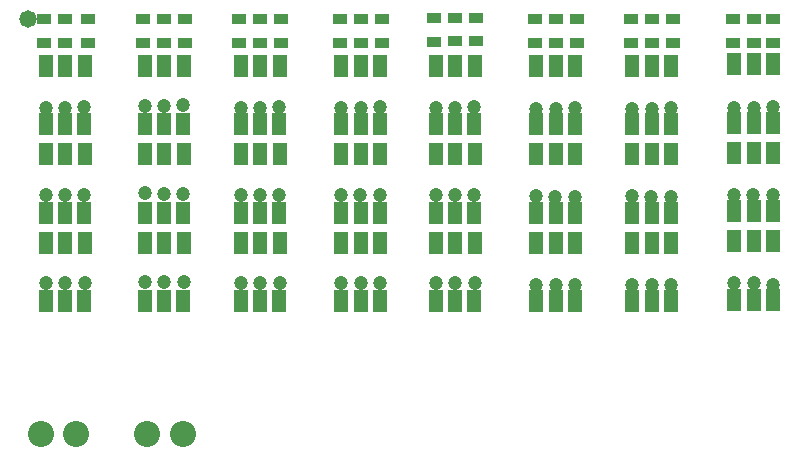
<source format=gbr>
%TF.GenerationSoftware,Altium Limited,Altium Designer,24.3.1 (35)*%
G04 Layer_Color=8388736*
%FSLAX45Y45*%
%MOMM*%
%TF.SameCoordinates,A20972E9-028A-4597-9386-5314E3457622*%
%TF.FilePolarity,Negative*%
%TF.FileFunction,Soldermask,Top*%
%TF.Part,Single*%
G01*
G75*
%TA.AperFunction,SMDPad,CuDef*%
%ADD19R,1.28000X0.83000*%
%ADD20R,1.30320X1.95320*%
%TA.AperFunction,ViaPad*%
%ADD21C,1.20320*%
%ADD22C,2.20320*%
%ADD23C,1.47320*%
D19*
X596884Y3811600D02*
D03*
Y4011600D02*
D03*
X406384Y3811600D02*
D03*
Y4011600D02*
D03*
X228584Y3811600D02*
D03*
Y4011600D02*
D03*
X2057384D02*
D03*
Y3811600D02*
D03*
X1244584Y4011600D02*
D03*
Y3811600D02*
D03*
X2235200Y4013200D02*
D03*
Y3813200D02*
D03*
X1422384Y4011600D02*
D03*
Y3811600D02*
D03*
X1066784Y4011600D02*
D03*
Y3811600D02*
D03*
X5194284Y4011600D02*
D03*
Y3811600D02*
D03*
X6235684Y4011600D02*
D03*
Y3811600D02*
D03*
X4559284Y4011600D02*
D03*
Y3811600D02*
D03*
X6400784Y4011600D02*
D03*
Y3811600D02*
D03*
X6057900Y4010000D02*
D03*
Y3810000D02*
D03*
X5372084Y4011600D02*
D03*
Y3811600D02*
D03*
X5549884Y4011600D02*
D03*
Y3811600D02*
D03*
X1879584Y4011600D02*
D03*
Y3811600D02*
D03*
X3886184Y4024300D02*
D03*
Y3824300D02*
D03*
X2908284Y4011600D02*
D03*
Y3811600D02*
D03*
X3086084Y4011600D02*
D03*
Y3811600D02*
D03*
X4737084Y4011600D02*
D03*
Y3811600D02*
D03*
X4381484Y4011600D02*
D03*
Y3811600D02*
D03*
X3708384Y4024300D02*
D03*
Y3824300D02*
D03*
X3530600Y4022700D02*
D03*
Y3822700D02*
D03*
X2730484Y4011600D02*
D03*
Y3811600D02*
D03*
D20*
X6070600Y2133600D02*
D03*
X6235700D02*
D03*
X6400800D02*
D03*
X6395700Y1638300D02*
D03*
X6235700D02*
D03*
X6070600D02*
D03*
X241300Y3619500D02*
D03*
X406400D02*
D03*
X571500D02*
D03*
X566400Y3124200D02*
D03*
X406400D02*
D03*
X241300D02*
D03*
X6070600Y3632200D02*
D03*
X6235700D02*
D03*
X6400800D02*
D03*
X6395700Y3136900D02*
D03*
X6235700D02*
D03*
X6070600D02*
D03*
Y2882900D02*
D03*
X6235700D02*
D03*
X6400800D02*
D03*
X6395700Y2387600D02*
D03*
X6235700D02*
D03*
X6070600D02*
D03*
X5207000Y3619500D02*
D03*
X5372100D02*
D03*
X5537200D02*
D03*
X5532100Y3124200D02*
D03*
X5372100D02*
D03*
X5207000D02*
D03*
X4394200Y3619500D02*
D03*
X4559300D02*
D03*
X4724400D02*
D03*
X4719300Y3124200D02*
D03*
X4559300D02*
D03*
X4394200D02*
D03*
X5207000Y2870200D02*
D03*
X5372100D02*
D03*
X5537200D02*
D03*
X5532100Y2374900D02*
D03*
X5372100D02*
D03*
X5207000D02*
D03*
Y2120900D02*
D03*
X5372100D02*
D03*
X5537200D02*
D03*
X5532100Y1625600D02*
D03*
X5372100D02*
D03*
X5207000D02*
D03*
X4394200Y2870200D02*
D03*
X4559300D02*
D03*
X4724400D02*
D03*
X4719300Y2374900D02*
D03*
X4559300D02*
D03*
X4394200D02*
D03*
Y2120900D02*
D03*
X4559300D02*
D03*
X4724400D02*
D03*
X4719300Y1625600D02*
D03*
X4559300D02*
D03*
X4394200D02*
D03*
X3543300Y3619500D02*
D03*
X3708400D02*
D03*
X3873500D02*
D03*
X3868400Y3124200D02*
D03*
X3708400D02*
D03*
X3543300D02*
D03*
Y2870200D02*
D03*
X3708400D02*
D03*
X3873500D02*
D03*
X3868400Y2374900D02*
D03*
X3708400D02*
D03*
X3543300D02*
D03*
Y2120900D02*
D03*
X3708400D02*
D03*
X3873500D02*
D03*
X3868400Y1625600D02*
D03*
X3708400D02*
D03*
X3543300D02*
D03*
X2743200Y3619500D02*
D03*
X2908300D02*
D03*
X3073400D02*
D03*
X3068300Y3124200D02*
D03*
X2908300D02*
D03*
X2743200D02*
D03*
Y2870200D02*
D03*
X2908300D02*
D03*
X3073400D02*
D03*
X3068300Y2374900D02*
D03*
X2908300D02*
D03*
X2743200D02*
D03*
Y2120900D02*
D03*
X2908300D02*
D03*
X3073400D02*
D03*
X3068300Y1625600D02*
D03*
X2908300D02*
D03*
X2743200D02*
D03*
X1892300Y3619500D02*
D03*
X2057400D02*
D03*
X2222500D02*
D03*
X2217400Y3124200D02*
D03*
X2057400D02*
D03*
X1892300D02*
D03*
Y2870200D02*
D03*
X2057400D02*
D03*
X2222500D02*
D03*
X2217400Y2374900D02*
D03*
X2057400D02*
D03*
X1892300D02*
D03*
X241300Y2120900D02*
D03*
X406400D02*
D03*
X571500D02*
D03*
X566400Y1625600D02*
D03*
X406400D02*
D03*
X241300D02*
D03*
X1079500Y3619500D02*
D03*
X1244600D02*
D03*
X1409700D02*
D03*
X1404600Y3124200D02*
D03*
X1244600D02*
D03*
X1079500D02*
D03*
Y2870200D02*
D03*
X1244600D02*
D03*
X1409700D02*
D03*
X1404600Y2374900D02*
D03*
X1244600D02*
D03*
X1079500D02*
D03*
Y2120900D02*
D03*
X1244600D02*
D03*
X1409700D02*
D03*
X1404600Y1625600D02*
D03*
X1244600D02*
D03*
X1079500D02*
D03*
X1892300Y2120900D02*
D03*
X2057400D02*
D03*
X2222500D02*
D03*
X2217400Y1625600D02*
D03*
X2057400D02*
D03*
X1892300D02*
D03*
X241300Y2870200D02*
D03*
X406400D02*
D03*
X571500D02*
D03*
X566400Y2374900D02*
D03*
X406400D02*
D03*
X241300D02*
D03*
D21*
X571500Y1778000D02*
D03*
X5372100Y3251200D02*
D03*
X5534798Y3258810D02*
D03*
X569098Y3271510D02*
D03*
X1079500Y1790700D02*
D03*
X6235700Y1778000D02*
D03*
X6400800Y1765300D02*
D03*
X6398398Y2522210D02*
D03*
X6233298D02*
D03*
X6070600Y3263900D02*
D03*
X6235700D02*
D03*
X6398398Y3271510D02*
D03*
X6070600Y1778000D02*
D03*
Y2527300D02*
D03*
X5534798Y2509510D02*
D03*
X5369698D02*
D03*
X5207000Y3251200D02*
D03*
Y1765300D02*
D03*
X5372100D02*
D03*
X5537200D02*
D03*
X5207000Y2514600D02*
D03*
X4721998Y2509510D02*
D03*
X4556898D02*
D03*
X4394200Y3251200D02*
D03*
X4559300D02*
D03*
X4721998Y3258810D02*
D03*
X4394200Y1765300D02*
D03*
X4559300D02*
D03*
X4724400D02*
D03*
X4394200Y2514600D02*
D03*
X3871098Y2522210D02*
D03*
X3705998D02*
D03*
X3543300Y3263900D02*
D03*
X3708400D02*
D03*
X3871098Y3271510D02*
D03*
X3543300Y1778000D02*
D03*
X3708400D02*
D03*
X3873500D02*
D03*
X3543300Y2527300D02*
D03*
X3070998Y2522210D02*
D03*
X2905898D02*
D03*
X2743200Y3263900D02*
D03*
X2908300D02*
D03*
X3070998Y3271510D02*
D03*
X2743200Y1778000D02*
D03*
X2908300D02*
D03*
X3073400D02*
D03*
X2743200Y2527300D02*
D03*
X2220098Y2522210D02*
D03*
X2054998D02*
D03*
X1892300Y3263900D02*
D03*
X2057400D02*
D03*
X2220098Y3271510D02*
D03*
X1892300Y1778000D02*
D03*
X2057400D02*
D03*
X2222500D02*
D03*
X1892300Y2527300D02*
D03*
X1407298Y2534910D02*
D03*
X1242198D02*
D03*
X1079500Y3276600D02*
D03*
X1244600D02*
D03*
X1407298Y3284210D02*
D03*
X1244600Y1790700D02*
D03*
X1409700D02*
D03*
X1079500Y2540000D02*
D03*
X241300Y2527300D02*
D03*
X406400Y1778000D02*
D03*
X241300D02*
D03*
X406400Y3263900D02*
D03*
X241300D02*
D03*
X403998Y2522210D02*
D03*
X569098D02*
D03*
D22*
X1100000Y500000D02*
D03*
X1400000D02*
D03*
X200000D02*
D03*
X500000D02*
D03*
D23*
X88900Y4013200D02*
D03*
%TF.MD5,0d8bf585d7413d44a08fe97f0e22eb37*%
M02*

</source>
